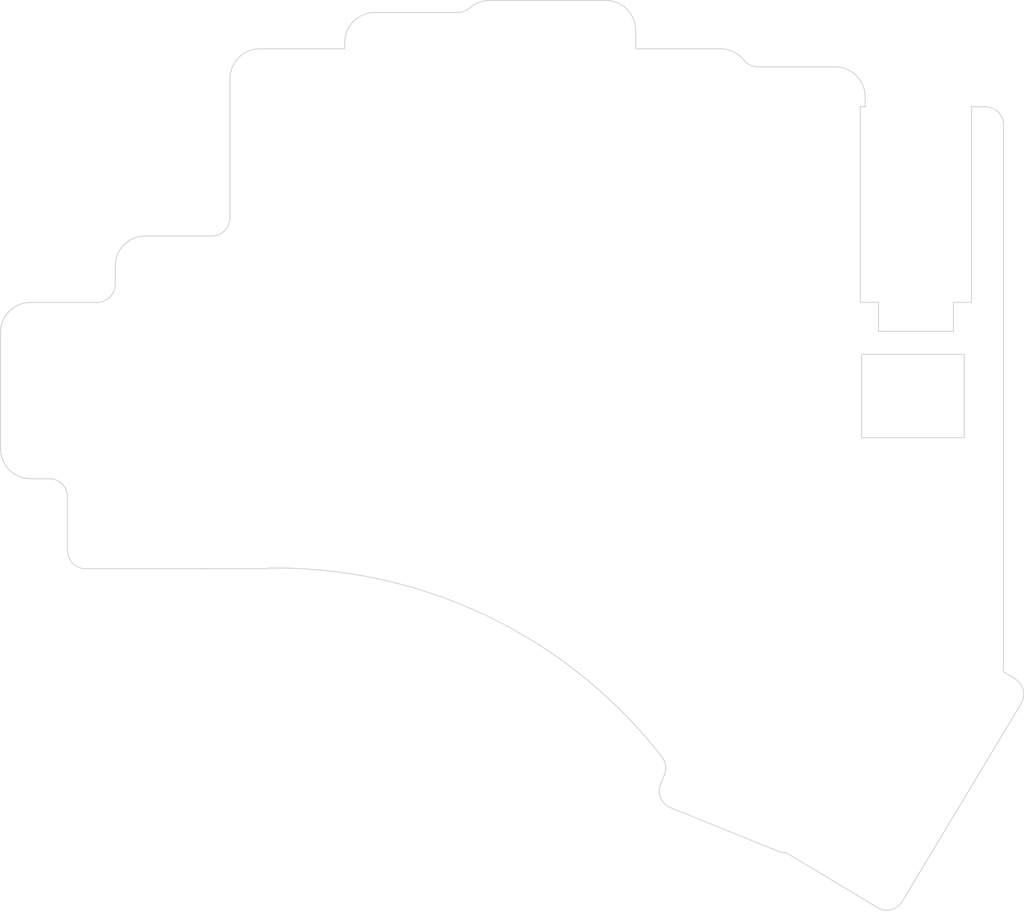
<source format=kicad_pcb>
(kicad_pcb (version 20221018) (generator pcbnew)
  (title_block (title "scaarix_flow") (rev "v1.0.0") (company "Unknown"))
  (layers (0 "F.Cu" signal) (31 "B.Cu" signal) (34 "B.Paste" user) (35 "F.Paste" user) (36 "B.SilkS" user "B.Silkscreen") (37 "F.SilkS" user "F.Silkscreen") (38 "B.Mask" user) (39 "F.Mask" user) (44 "Edge.Cuts" user))
  (net 0 "")
  (footprint "Keebio-Parts:MX_Switch_Cutout" (layer "F.Cu") (at 57 -40)
    (fp_text reference "S10" hide)
    (fp_text value "" hide)
  )
  (footprint "Keebio-Parts:MX_Switch_Cutout" (layer "F.Cu") (at 38 4)
    (fp_text reference "S4" hide)
    (fp_text value "" hide)
  )
  (footprint "Keebio-Parts:MX_Switch_Cutout" (layer "F.Cu") (at 19 -3)
    (fp_text reference "S2" hide)
    (fp_text value "" hide)
  )
  (footprint "Keebio-Parts:MX_Switch_Cutout" (layer "F.Cu") (at 19 -22)
    (fp_text reference "S3" hide)
    (fp_text value "" hide)
  )
  (footprint "Keebio-Parts:MX_Switch_Cutout" (layer "F.Cu") (at 114 -50)
    (fp_text reference "S23" hide)
    (fp_text value "" hide)
  )
  (footprint "Keebio-Parts:MX_Switch_Cutout" (layer "F.Cu") (at 57 -59)
    (fp_text reference "S11" hide)
    (fp_text value "" hide)
  )
  (footprint "Keebio-Parts:MX_Switch_Cutout" (layer "F.Cu") (at 128.885806 58.864337 -31)
    (fp_text reference "S26" hide)
    (fp_text value "" hide)
  )
  (footprint "Keebio-Parts:MX_Switch_Cutout" (layer "F.Cu") (at 76 -23)
    (fp_text reference "S13" hide)
    (fp_text value "" hide)
  )
  (footprint "MountingHole:MountingHole_2.2mm_M2" (layer "F.Cu") (at 46.1 -70.3)
    (fp_text reference " " hide)
    (fp_text value " ")
  )
  (footprint "Keebio-Parts:MX_Switch_Cutout" (layer "F.Cu") (at 95 4)
    (fp_text reference "S16" hide)
    (fp_text value "" hide)
  )
  (footprint "MountingHole:MountingHole_2.2mm_M2" (layer "F.Cu") (at 151.9 39.5)
    (fp_text reference " " hide)
    (fp_text value " ")
  )
  (footprint "Keebio-Parts:MX_Switch_Cutout" (layer "F.Cu") (at 95 -53)
    (fp_text reference "S19" hide)
    (fp_text value "" hide)
  )
  (footprint "Keebio-Parts:MX_Switch_Cutout" (layer "F.Cu") (at 38 -53)
    (fp_text reference "S7" hide)
    (fp_text value "" hide)
  )
  (footprint "Keebio-Parts:MX_Switch_Cutout" (layer "F.Cu") (at 117.117525 32.383507 -22)
    (fp_text reference "S25" hide)
    (fp_text value "" hide)
  )
  (footprint "Keebio-Parts:MX_Switch_Cutout" (layer "F.Cu") (at 57 -21)
    (fp_text reference "S9" hide)
    (fp_text value "" hide)
  )
  (footprint "Keebio-Parts:MX_Switch_Cutout" (layer "F.Cu") (at 38 -34)
    (fp_text reference "S6" hide)
    (fp_text value "" hide)
  )
  (footprint "Keebio-Parts:MX_Switch_Cutout" (layer "F.Cu") (at 95 -15)
    (fp_text reference "S17" hide)
    (fp_text value "" hide)
  )
  (footprint "MountingHole:MountingHole_2.2mm_M2" (layer "F.Cu") (at 148.8 -54.8)
    (fp_text reference " " hide)
    (fp_text value " ")
  )
  (footprint "Keebio-Parts:MX_Switch_Cutout" (layer "F.Cu") (at 76 -42)
    (fp_text reference "S14" hide)
    (fp_text value "" hide)
  )
  (footprint "Keebio-Parts:MX_Switch_Cutout" (layer "F.Cu") (at 114 -31)
    (fp_text reference "S22" hide)
    (fp_text value "" hide)
  )
  (footprint "Keebio-Parts:MX_Switch_Cutout" (layer "F.Cu") (at 138.67153 42.578159 -31)
    (fp_text reference "S27" hide)
    (fp_text value "" hide)
  )
  (footprint "Keebio-Parts:MX_Switch_Cutout" (layer "F.Cu") (at 76 -61)
    (fp_text reference "S15" hide)
    (fp_text value "" hide)
  )
  (footprint "Keebio-Parts:MX_Switch_Cutout" (layer "F.Cu") (at 95 -34)
    (fp_text reference "S18" hide)
    (fp_text value "" hide)
  )
  (footprint "MountingHole:MountingHole_2.2mm_M2" (layer "F.Cu") (at 124.7 -61)
    (fp_text reference " " hide)
    (fp_text value " ")
  )
  (footprint "Keebio-Parts:MX_Switch_Cutout" (layer "F.Cu") (at 38 -15)
    (fp_text reference "S5" hide)
    (fp_text value "" hide)
  )
  (footprint "Keebio-Parts:MX_Switch_Cutout" (layer "F.Cu") (at 114 -12)
    (fp_text reference "S21" hide)
    (fp_text value "" hide)
  )
  (footprint "Keebio-Parts:MX_Switch_Cutout" (layer "F.Cu") (at 76 -4)
    (fp_text reference "S12" hide)
    (fp_text value "" hide)
  )
  (footprint "MountingHole:MountingHole_2.2mm_M2" (layer "F.Cu") (at 132.2 72.1)
    (fp_text reference " " hide)
    (fp_text value " ")
  )
  (footprint "Keebio-Parts:MX_Switch_Cutout" (layer "F.Cu") (at 0 -11)
    (fp_text reference "S1" hide)
    (fp_text value "" hide)
  )
  (footprint "Keebio-Parts:MX_Switch_Cutout" (layer "F.Cu") (at 57 -2)
    (fp_text reference "S8" hide)
    (fp_text value "" hide)
  )
  (footprint "MountingHole:MountingHole_2.2mm_M2" (layer "F.Cu") (at -12 -11.6)
    (fp_text reference " " hide)
    (fp_text value " ")
  )
  (footprint "Keebio-Parts:MX_Switch_Cutout" (layer "F.Cu") (at 114 7)
    (fp_text reference "S20" hide)
    (fp_text value "" hide)
  )
  (footprint "Keebio-Parts:MX_Switch_Cutout" (layer "F.Cu") (at 110 50 -22)
    (fp_text reference "S24" hide)
    (fp_text value "" hide)
  )
  (gr_line (start 128.6 -58) (end 127.8 -58) (stroke (width 0.15)) (layer "Edge.Cuts"))
  (gr_line (start 104.6 -67.6) (end 90.6 -67.6) (stroke (width 0.15)) (layer "Edge.Cuts"))
  (gr_line (start -3.5 6.6) (end -3.5 15.5) (stroke (width 0.15)) (layer "Edge.Cuts"))
  (gr_arc (start 42.4 -68.6) (mid 43.864466 -72.135534) (end 47.4 -73.6) (stroke (width 0.15)) (layer "Edge.Cuts"))
  (gr_line (start 145 -17) (end 145 -3.2) (stroke (width 0.15)) (layer "Edge.Cuts"))
  (gr_arc (start 104.6 -67.6) (mid 106.765064 -67.106939) (end 108.503124 -65.725) (stroke (width 0.15)) (layer "Edge.Cuts"))
  (gr_line (start 127.8 -25.6) (end 127.8 -58) (stroke (width 0.15)) (layer "Edge.Cuts"))
  (gr_line (start 130.8 -25.6) (end 130.8 -20.8) (stroke (width 0.15)) (layer "Edge.Cuts"))
  (gr_arc (start 23.4 -39.6) (mid 22.52132 -37.47868) (end 20.4 -36.6) (stroke (width 0.15)) (layer "Edge.Cuts"))
  (gr_line (start 153.389816 36.722216) (end 151.448117 35.555526) (stroke (width 0.15)) (layer "Edge.Cuts"))
  (gr_arc (start 63.09281 -74.35) (mid 62.169157 -73.793757) (end 61.108497 -73.6) (stroke (width 0.15)) (layer "Edge.Cuts"))
  (gr_line (start -9.6 3.6) (end -6.5 3.6) (stroke (width 0.15)) (layer "Edge.Cuts"))
  (gr_line (start 85.6 -75.6) (end 66.4 -75.6) (stroke (width 0.15)) (layer "Edge.Cuts"))
  (gr_arc (start 4.4 -31.6) (mid 5.864466 -35.135534) (end 9.4 -36.6) (stroke (width 0.15)) (layer "Edge.Cuts"))
  (gr_line (start 145 -3.2) (end 128 -3.2) (stroke (width 0.15)) (layer "Edge.Cuts"))
  (gr_arc (start 110.844998 -64.6) (mid 109.54596 -64.895837) (end 108.503124 -65.725) (stroke (width 0.15)) (layer "Edge.Cuts"))
  (gr_line (start 128 -17) (end 128 -3.2) (stroke (width 0.15)) (layer "Edge.Cuts"))
  (gr_arc (start 134.741749 73.582623) (mid 132.896013 74.948396) (end 130.625133 74.609011) (stroke (width 0.15)) (layer "Edge.Cuts"))
  (gr_line (start 134.741749 73.582623) (end 144.527472 57.296444) (stroke (width 0.15)) (layer "Edge.Cuts"))
  (gr_line (start 4.4 -31.6) (end 4.4 -28.6) (stroke (width 0.15)) (layer "Edge.Cuts"))
  (gr_line (start 123.6 -64.6) (end 110.844998 -64.6) (stroke (width 0.15)) (layer "Edge.Cuts"))
  (gr_arc (start -14.6 -20.6) (mid -13.135534 -24.135534) (end -9.6 -25.6) (stroke (width 0.15)) (layer "Edge.Cuts"))
  (gr_line (start 148.5 -58) (end 146.2 -58) (stroke (width 0.15)) (layer "Edge.Cuts"))
  (gr_arc (start 63.092811 -74.35) (mid 64.632233 -75.277072) (end 66.4 -75.6) (stroke (width 0.15)) (layer "Edge.Cuts"))
  (gr_line (start 144.527473 57.296444) (end 154.416203 40.838832) (stroke (width 0.15)) (layer "Edge.Cuts"))
  (gr_arc (start 151.5 35) (mid 151.487001 35.278972) (end 151.448117 35.555526) (stroke (width 0.15)) (layer "Edge.Cuts"))
  (gr_line (start 115.454305 65.493458) (end 130.625133 74.609011) (stroke (width 0.15)) (layer "Edge.Cuts"))
  (gr_arc (start 153.389815 36.722216) (mid 154.755588 38.567952) (end 154.416203 40.838832) (stroke (width 0.15)) (layer "Edge.Cuts"))
  (gr_line (start 90.6 -67.6) (end 90.6 -70.6) (stroke (width 0.15)) (layer "Edge.Cuts"))
  (gr_line (start 20.4 -36.6) (end 9.4 -36.6) (stroke (width 0.15)) (layer "Edge.Cuts"))
  (gr_line (start 23.4 -39.6) (end 23.4 -62.6) (stroke (width 0.15)) (layer "Edge.Cuts"))
  (gr_arc (start 19 18.5) (mid 18.874891 18.49739) (end 18.75 18.489565) (stroke (width 0.15)) (layer "Edge.Cuts"))
  (gr_line (start 143.2 -20.8) (end 143.2 -25.6) (stroke (width 0.15)) (layer "Edge.Cuts"))
  (gr_line (start 128.6 -58) (end 128.6 -59.6) (stroke (width 0.15)) (layer "Edge.Cuts"))
  (gr_arc (start 23.4 -62.6) (mid 24.864466 -66.135534) (end 28.4 -67.6) (stroke (width 0.15)) (layer "Edge.Cuts"))
  (gr_line (start -0.5 18.5) (end 18.5 18.5) (stroke (width 0.15)) (layer "Edge.Cuts"))
  (gr_line (start 96.378992 58.086293) (end 114.180922 65.27874) (stroke (width 0.15)) (layer "Edge.Cuts"))
  (gr_line (start 151.5 35) (end 151.5 -55) (stroke (width 0.15)) (layer "Edge.Cuts"))
  (gr_arc (start 94.936355 49.659301) (mid 95.539595 51.086865) (end 95.349894 52.624998) (stroke (width 0.15)) (layer "Edge.Cuts"))
  (gr_arc (start 4.4 -28.6) (mid 3.52132 -26.47868) (end 1.4 -25.6) (stroke (width 0.15)) (layer "Edge.Cuts"))
  (gr_arc (start 96.378992 58.086294) (mid 94.741297 56.476936) (end 94.72126 54.180922) (stroke (width 0.15)) (layer "Edge.Cuts"))
  (gr_line (start 146.2 -58) (end 146.2 -25.6) (stroke (width 0.15)) (layer "Edge.Cuts"))
  (gr_arc (start -0.5 18.5) (mid -2.62132 17.62132) (end -3.5 15.5) (stroke (width 0.15)) (layer "Edge.Cuts"))
  (gr_line (start 61.108497 -73.6) (end 47.4 -73.6) (stroke (width 0.15)) (layer "Edge.Cuts"))
  (gr_arc (start -6.5 3.6) (mid -4.37868 4.47868) (end -3.5 6.6) (stroke (width 0.15)) (layer "Edge.Cuts"))
  (gr_arc (start 29.770641 18.399329) (mid 66.033389 26.358077) (end 94.936356 49.659301) (stroke (width 0.15)) (layer "Edge.Cuts"))
  (gr_arc (start 123.6 -64.6) (mid 127.135534 -63.135534) (end 128.6 -59.6) (stroke (width 0.15)) (layer "Edge.Cuts"))
  (gr_arc (start -9.6 3.6) (mid -13.135534 2.135534) (end -14.6 -1.4) (stroke (width 0.15)) (layer "Edge.Cuts"))
  (gr_arc (start 148.5 -58) (mid 150.62132 -57.12132) (end 151.5 -55) (stroke (width 0.15)) (layer "Edge.Cuts"))
  (gr_line (start 42.4 -68.6) (end 42.4 -67.6) (stroke (width 0.15)) (layer "Edge.Cuts"))
  (gr_line (start 137 -20.8) (end 130.8 -20.8) (stroke (width 0.15)) (layer "Edge.Cuts"))
  (gr_line (start 145 -17) (end 128 -17) (stroke (width 0.15)) (layer "Edge.Cuts"))
  (gr_line (start 143.2 -25.6) (end 146.2 -25.6) (stroke (width 0.15)) (layer "Edge.Cuts"))
  (gr_line (start 1.4 -25.6) (end -9.6 -25.6) (stroke (width 0.15)) (layer "Edge.Cuts"))
  (gr_line (start 42.4 -67.6) (end 28.4 -67.6) (stroke (width 0.15)) (layer "Edge.Cuts"))
  (gr_line (start 19 18.5) (end 29 18.5) (stroke (width 0.15)) (layer "Edge.Cuts"))
  (gr_line (start -14.6 -20.6) (end -14.6 -1.4) (stroke (width 0.15)) (layer "Edge.Cuts"))
  (gr_line (start 127.8 -25.6) (end 130.8 -25.6) (stroke (width 0.15)) (layer "Edge.Cuts"))
  (gr_arc (start 115.454305 65.493458) (mid 114.805923 65.455428) (end 114.180922 65.27874) (stroke (width 0.15)) (layer "Edge.Cuts"))
  (gr_arc (start 18.75 18.489565) (mid 18.625109 18.49739) (end 18.5 18.5) (stroke (width 0.15)) (layer "Edge.Cuts"))
  (gr_line (start 143.2 -20.8) (end 137 -20.8) (stroke (width 0.15)) (layer "Edge.Cuts"))
  (gr_arc (start 29.770641 18.39933) (mid 29.388594 18.474726) (end 29 18.5) (stroke (width 0.15)) (layer "Edge.Cuts"))
  (gr_line (start 95.349894 52.624998) (end 94.72126 54.180922) (stroke (width 0.15)) (layer "Edge.Cuts"))
  (gr_arc (start 85.6 -75.6) (mid 89.135534 -74.135534) (end 90.6 -70.6) (stroke (width 0.15)) (layer "Edge.Cuts"))
)
</source>
